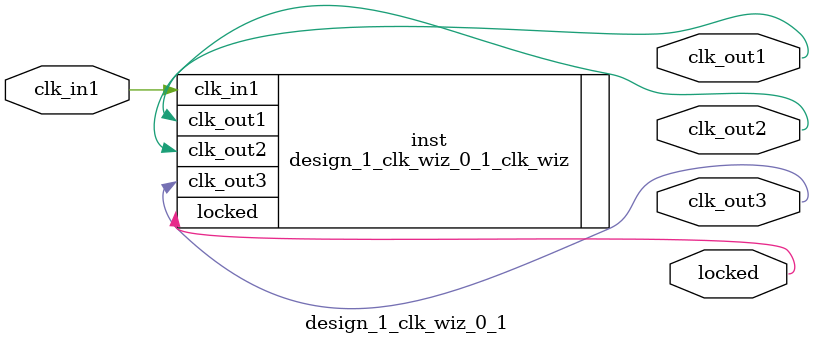
<source format=v>


`timescale 1ps/1ps

(* CORE_GENERATION_INFO = "design_1_clk_wiz_0_1,clk_wiz_v6_0_3_0_0,{component_name=design_1_clk_wiz_0_1,use_phase_alignment=false,use_min_o_jitter=false,use_max_i_jitter=false,use_dyn_phase_shift=false,use_inclk_switchover=false,use_dyn_reconfig=false,enable_axi=0,feedback_source=FDBK_AUTO,PRIMITIVE=MMCM,num_out_clk=3,clkin1_period=10.0,clkin2_period=10.0,use_power_down=false,use_reset=false,use_locked=true,use_inclk_stopped=false,feedback_type=SINGLE,CLOCK_MGR_TYPE=NA,manual_override=false}" *)

module design_1_clk_wiz_0_1 
 (
  // Clock out ports
  output        clk_out1,
  output        clk_out2,
  output        clk_out3,
  // Status and control signals
  output        locked,
 // Clock in ports
  input         clk_in1
 );

  design_1_clk_wiz_0_1_clk_wiz inst
  (
  // Clock out ports  
  .clk_out1(clk_out1),
  .clk_out2(clk_out2),
  .clk_out3(clk_out3),
  // Status and control signals               
  .locked(locked),
 // Clock in ports
  .clk_in1(clk_in1)
  );

endmodule

</source>
